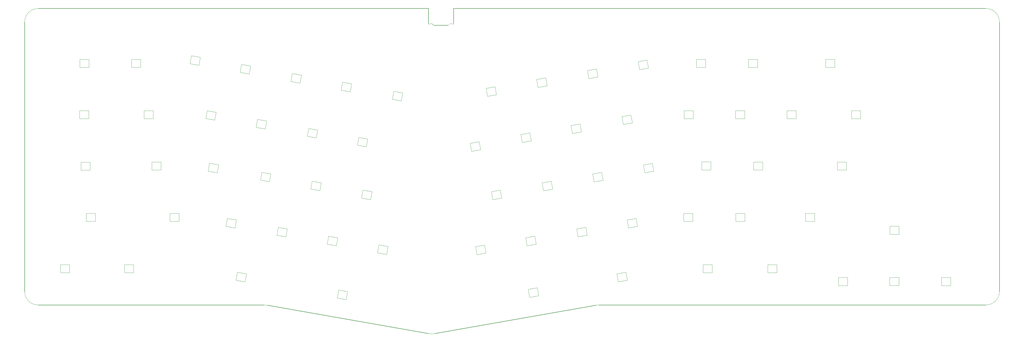
<source format=gm1>
G04 #@! TF.GenerationSoftware,KiCad,Pcbnew,(5.99.0-1351-gc977addfa)*
G04 #@! TF.CreationDate,2020-07-04T18:22:27-07:00*
G04 #@! TF.ProjectId,trifecta,74726966-6563-4746-912e-6b696361645f,rev?*
G04 #@! TF.SameCoordinates,Original*
G04 #@! TF.FileFunction,Profile,NP*
%FSLAX46Y46*%
G04 Gerber Fmt 4.6, Leading zero omitted, Abs format (unit mm)*
G04 Created by KiCad (PCBNEW (5.99.0-1351-gc977addfa)) date 2020-07-04 18:22:27*
%MOMM*%
%LPD*%
G01*
G04 APERTURE LIST*
G04 #@! TA.AperFunction,Profile*
%ADD10C,0.200000*%
G04 #@! TD*
%ADD11C,-0.000002*%
G04 #@! TA.AperFunction,Profile*
%ADD12C,0.120000*%
G04 #@! TD*
G04 #@! TA.AperFunction,Profile*
%ADD13C,0.150000*%
G04 #@! TD*
G04 APERTURE END LIST*
D10*
X134029000Y5533200D02*
X-7568190Y5525000D01*
X343424900Y5525000D02*
X149269000Y5533200D01*
X343424899Y-104499000D02*
X200217754Y-104499000D01*
D11*
X76113053Y-104499000D02*
G75*
G02*
X77329185Y-104605451I0J-7000000D01*
G01*
D10*
X76113053Y-104499000D02*
X-7568190Y-104499001D01*
D11*
X343424900Y5525000D02*
G75*
G02*
X348424900Y525000I0J-5000000D01*
G01*
D10*
D11*
X199001716Y-104605434D02*
G75*
G02*
X200217754Y-104499000I1216038J-6893566D01*
G01*
D10*
D11*
X-12568190Y525000D02*
G75*
G02*
X-7568190Y5525000I5000000J0D01*
G01*
D10*
D11*
X-7568190Y-104499000D02*
G75*
G02*
X-12568190Y-99499000I0J5000000D01*
G01*
D10*
D11*
X139379071Y-115122985D02*
G75*
G02*
X136946900Y-115122968I-1216039J6893566D01*
G01*
D10*
D11*
X348424900Y-99499001D02*
G75*
G02*
X343424899Y-104499000I-5000000J1D01*
G01*
D10*
X199001716Y-104605435D02*
X139379070Y-115122984D01*
X-12568190Y-99499000D02*
X-12568190Y525000D01*
X136946900Y-115122968D02*
X77329185Y-104605451D01*
X348424900Y525000D02*
X348424900Y-99499000D01*
D12*
X326948940Y-94290500D02*
X330348940Y-94290500D01*
X326948940Y-97290500D02*
X326948940Y-94290500D01*
X330348940Y-97290500D02*
X326948940Y-97290500D01*
X330348940Y-94290500D02*
X330348940Y-97290500D01*
X307777020Y-94272720D02*
X311177020Y-94272720D01*
X307777020Y-97272720D02*
X307777020Y-94272720D01*
X311177020Y-97272720D02*
X307777020Y-97272720D01*
X311177020Y-94272720D02*
X311177020Y-97272720D01*
X292137180Y-97295580D02*
X288737180Y-97295580D01*
X292137180Y-94295580D02*
X292137180Y-97295580D01*
X288737180Y-94295580D02*
X292137180Y-94295580D01*
X288737180Y-97295580D02*
X288737180Y-94295580D01*
X262592960Y-89520380D02*
X265992960Y-89520380D01*
X262592960Y-92520380D02*
X262592960Y-89520380D01*
X265992960Y-92520380D02*
X262592960Y-92520380D01*
X265992960Y-89520380D02*
X265992960Y-92520380D01*
X242056000Y-92502600D02*
X238656000Y-92502600D01*
X242056000Y-89502600D02*
X242056000Y-92502600D01*
X238656000Y-89502600D02*
X242056000Y-89502600D01*
X238656000Y-92502600D02*
X238656000Y-89502600D01*
X206750095Y-92937170D02*
X210098441Y-92346766D01*
X207271039Y-95891594D02*
X206750095Y-92937170D01*
X210619385Y-95301190D02*
X207271039Y-95891594D01*
X210098441Y-92346766D02*
X210619385Y-95301190D01*
X173890115Y-98725830D02*
X177238461Y-98135426D01*
X174411059Y-101680254D02*
X173890115Y-98725830D01*
X177759405Y-101089850D02*
X174411059Y-101680254D01*
X177238461Y-98135426D02*
X177759405Y-101089850D01*
X106514701Y-102515914D02*
X103166355Y-101925510D01*
X107035645Y-99561490D02*
X106514701Y-102515914D01*
X103687299Y-98971086D02*
X107035645Y-99561490D01*
X103166355Y-101925510D02*
X103687299Y-98971086D01*
X65701355Y-95321510D02*
X66222299Y-92367086D01*
X66222299Y-92367086D02*
X69570645Y-92957490D01*
X69570645Y-92957490D02*
X69049701Y-95911914D01*
X69049701Y-95911914D02*
X65701355Y-95321510D01*
X24343500Y-89528000D02*
X27743500Y-89528000D01*
X24343500Y-92528000D02*
X24343500Y-89528000D01*
X27743500Y-92528000D02*
X24343500Y-92528000D01*
X27743500Y-89528000D02*
X27743500Y-92528000D01*
X4058000Y-92528000D02*
X658000Y-92528000D01*
X4058000Y-89528000D02*
X4058000Y-92528000D01*
X658000Y-89528000D02*
X4058000Y-89528000D01*
X658000Y-92528000D02*
X658000Y-89528000D01*
X307797340Y-75245580D02*
X311197340Y-75245580D01*
X307797340Y-78245580D02*
X307797340Y-75245580D01*
X311197340Y-78245580D02*
X307797340Y-78245580D01*
X311197340Y-75245580D02*
X311197340Y-78245580D01*
X279962960Y-73498320D02*
X276562960Y-73498320D01*
X279962960Y-70498320D02*
X279962960Y-73498320D01*
X276562960Y-70498320D02*
X279962960Y-70498320D01*
X276562960Y-73498320D02*
X276562960Y-70498320D01*
X250781960Y-70462760D02*
X254181960Y-70462760D01*
X250781960Y-73462760D02*
X250781960Y-70462760D01*
X254181960Y-73462760D02*
X250781960Y-73462760D01*
X254181960Y-70462760D02*
X254181960Y-73462760D01*
X234832240Y-73467840D02*
X231432240Y-73467840D01*
X234832240Y-70467840D02*
X234832240Y-73467840D01*
X231432240Y-70467840D02*
X234832240Y-70467840D01*
X231432240Y-73467840D02*
X231432240Y-70467840D01*
X210501675Y-72916890D02*
X213850021Y-72326486D01*
X211022619Y-75871314D02*
X210501675Y-72916890D01*
X214370965Y-75280910D02*
X211022619Y-75871314D01*
X213850021Y-72326486D02*
X214370965Y-75280910D01*
X195696885Y-78587990D02*
X192348539Y-79178394D01*
X195175941Y-75633566D02*
X195696885Y-78587990D01*
X191827595Y-76223970D02*
X195175941Y-75633566D01*
X192348539Y-79178394D02*
X191827595Y-76223970D01*
X172965555Y-79531050D02*
X176313901Y-78940646D01*
X173486499Y-82485474D02*
X172965555Y-79531050D01*
X176834845Y-81895070D02*
X173486499Y-82485474D01*
X176313901Y-78940646D02*
X176834845Y-81895070D01*
X158236965Y-85194530D02*
X154888619Y-85784934D01*
X157716021Y-82240106D02*
X158236965Y-85194530D01*
X154367675Y-82830510D02*
X157716021Y-82240106D01*
X154888619Y-85784934D02*
X154367675Y-82830510D01*
X118609799Y-82207086D02*
X121958145Y-82797490D01*
X118088855Y-85161510D02*
X118609799Y-82207086D01*
X121437201Y-85751914D02*
X118088855Y-85161510D01*
X121958145Y-82797490D02*
X121437201Y-85751914D01*
X102831701Y-82513414D02*
X99483355Y-81923010D01*
X103352645Y-79558990D02*
X102831701Y-82513414D01*
X100004299Y-78968586D02*
X103352645Y-79558990D01*
X99483355Y-81923010D02*
X100004299Y-78968586D01*
X81335299Y-75666586D02*
X84683645Y-76256990D01*
X80814355Y-78621010D02*
X81335299Y-75666586D01*
X84162701Y-79211414D02*
X80814355Y-78621010D01*
X84683645Y-76256990D02*
X84162701Y-79211414D01*
X65303201Y-75909414D02*
X61954855Y-75319010D01*
X65824145Y-72954990D02*
X65303201Y-75909414D01*
X62475799Y-72364586D02*
X65824145Y-72954990D01*
X61954855Y-75319010D02*
X62475799Y-72364586D01*
X41171000Y-70478000D02*
X44571000Y-70478000D01*
X41171000Y-73478000D02*
X41171000Y-70478000D01*
X44571000Y-73478000D02*
X41171000Y-73478000D01*
X44571000Y-70478000D02*
X44571000Y-73478000D01*
X13646500Y-73478000D02*
X10246500Y-73478000D01*
X13646500Y-70478000D02*
X13646500Y-73478000D01*
X10246500Y-70478000D02*
X13646500Y-70478000D01*
X10246500Y-73478000D02*
X10246500Y-70478000D01*
X288310460Y-51410220D02*
X291710460Y-51410220D01*
X288310460Y-54410220D02*
X288310460Y-51410220D01*
X291710460Y-54410220D02*
X288310460Y-54410220D01*
X291710460Y-51410220D02*
X291710460Y-54410220D01*
X257373260Y-51428000D02*
X260773260Y-51428000D01*
X257373260Y-54428000D02*
X257373260Y-51428000D01*
X260773260Y-54428000D02*
X257373260Y-54428000D01*
X260773260Y-51428000D02*
X260773260Y-54428000D01*
X241542920Y-54400060D02*
X238142920Y-54400060D01*
X241542920Y-51400060D02*
X241542920Y-54400060D01*
X238142920Y-51400060D02*
X241542920Y-51400060D01*
X238142920Y-54400060D02*
X238142920Y-51400060D01*
X216521475Y-52505450D02*
X219869821Y-51915046D01*
X217042419Y-55459874D02*
X216521475Y-52505450D01*
X220390765Y-54869470D02*
X217042419Y-55459874D01*
X219869821Y-51915046D02*
X220390765Y-54869470D01*
X201610005Y-58201950D02*
X198261659Y-58792354D01*
X201089061Y-55247526D02*
X201610005Y-58201950D01*
X197740715Y-55837930D02*
X201089061Y-55247526D01*
X198261659Y-58792354D02*
X197740715Y-55837930D01*
X179061555Y-59119610D02*
X182409901Y-58529206D01*
X179582499Y-62074034D02*
X179061555Y-59119610D01*
X182930845Y-61483630D02*
X179582499Y-62074034D01*
X182409901Y-58529206D02*
X182930845Y-61483630D01*
X164096745Y-64795790D02*
X160748399Y-65386194D01*
X163575801Y-61841366D02*
X164096745Y-64795790D01*
X160227455Y-62431770D02*
X163575801Y-61841366D01*
X160748399Y-65386194D02*
X160227455Y-62431770D01*
X112704299Y-61887086D02*
X116052645Y-62477490D01*
X112183355Y-64841510D02*
X112704299Y-61887086D01*
X115531701Y-65431914D02*
X112183355Y-64841510D01*
X116052645Y-62477490D02*
X115531701Y-65431914D01*
X96735701Y-62066414D02*
X93387355Y-61476010D01*
X97256645Y-59111990D02*
X96735701Y-62066414D01*
X93908299Y-58521586D02*
X97256645Y-59111990D01*
X93387355Y-61476010D02*
X93908299Y-58521586D01*
X75239299Y-55219586D02*
X78587645Y-55809990D01*
X74718355Y-58174010D02*
X75239299Y-55219586D01*
X78066701Y-58764414D02*
X74718355Y-58174010D01*
X78587645Y-55809990D02*
X78066701Y-58764414D01*
X58699201Y-55398914D02*
X55350855Y-54808510D01*
X59220145Y-52444490D02*
X58699201Y-55398914D01*
X55871799Y-51854086D02*
X59220145Y-52444490D01*
X55350855Y-54808510D02*
X55871799Y-51854086D01*
X34503500Y-51428000D02*
X37903500Y-51428000D01*
X34503500Y-54428000D02*
X34503500Y-51428000D01*
X37903500Y-54428000D02*
X34503500Y-54428000D01*
X37903500Y-51428000D02*
X37903500Y-54428000D01*
X11678000Y-54491500D02*
X8278000Y-54491500D01*
X11678000Y-51491500D02*
X11678000Y-54491500D01*
X8278000Y-51491500D02*
X11678000Y-51491500D01*
X8278000Y-54491500D02*
X8278000Y-51491500D01*
X293616520Y-32378000D02*
X297016520Y-32378000D01*
X293616520Y-35378000D02*
X293616520Y-32378000D01*
X297016520Y-35378000D02*
X293616520Y-35378000D01*
X297016520Y-32378000D02*
X297016520Y-35378000D01*
X273087180Y-35365300D02*
X269687180Y-35365300D01*
X273087180Y-32365300D02*
X273087180Y-35365300D01*
X269687180Y-32365300D02*
X273087180Y-32365300D01*
X269687180Y-35365300D02*
X269687180Y-32365300D01*
X250654960Y-32355140D02*
X254054960Y-32355140D01*
X250654960Y-35355140D02*
X250654960Y-32355140D01*
X254054960Y-35355140D02*
X250654960Y-35355140D01*
X254054960Y-32355140D02*
X254054960Y-35355140D01*
X235022740Y-35360220D02*
X231622740Y-35360220D01*
X235022740Y-32360220D02*
X235022740Y-35360220D01*
X231622740Y-32360220D02*
X235022740Y-32360220D01*
X231622740Y-35360220D02*
X231622740Y-32360220D01*
X208583975Y-34552730D02*
X211932321Y-33962326D01*
X209104919Y-37507154D02*
X208583975Y-34552730D01*
X212453265Y-36916750D02*
X209104919Y-37507154D01*
X211932321Y-33962326D02*
X212453265Y-36916750D01*
X193611545Y-40259390D02*
X190263199Y-40849794D01*
X193090601Y-37304966D02*
X193611545Y-40259390D01*
X189742255Y-37895370D02*
X193090601Y-37304966D01*
X190263199Y-40849794D02*
X189742255Y-37895370D01*
X171159615Y-41166890D02*
X174507961Y-40576486D01*
X171680559Y-44121314D02*
X171159615Y-41166890D01*
X175028905Y-43530910D02*
X171680559Y-44121314D01*
X174507961Y-40576486D02*
X175028905Y-43530910D01*
X156255765Y-46835450D02*
X152907419Y-47425854D01*
X155734821Y-43881026D02*
X156255765Y-46835450D01*
X152386475Y-44471430D02*
X155734821Y-43881026D01*
X152907419Y-47425854D02*
X152386475Y-44471430D01*
X111116799Y-42265586D02*
X114465145Y-42855990D01*
X110595855Y-45220010D02*
X111116799Y-42265586D01*
X113944201Y-45810414D02*
X110595855Y-45220010D01*
X114465145Y-42855990D02*
X113944201Y-45810414D01*
X95402201Y-42508414D02*
X92053855Y-41918010D01*
X95923145Y-39553990D02*
X95402201Y-42508414D01*
X92574799Y-38963586D02*
X95923145Y-39553990D01*
X92053855Y-41918010D02*
X92574799Y-38963586D01*
X73651799Y-35598086D02*
X77000145Y-36188490D01*
X73130855Y-38552510D02*
X73651799Y-35598086D01*
X76479201Y-39142914D02*
X73130855Y-38552510D01*
X77000145Y-36188490D02*
X76479201Y-39142914D01*
X57810201Y-35904414D02*
X54461855Y-35314010D01*
X58331145Y-32949990D02*
X57810201Y-35904414D01*
X54982799Y-32359586D02*
X58331145Y-32949990D01*
X54461855Y-35314010D02*
X54982799Y-32359586D01*
X31646000Y-32378000D02*
X35046000Y-32378000D01*
X31646000Y-35378000D02*
X31646000Y-32378000D01*
X35046000Y-35378000D02*
X31646000Y-35378000D01*
X35046000Y-32378000D02*
X35046000Y-35378000D01*
X11170000Y-35378000D02*
X7770000Y-35378000D01*
X11170000Y-32378000D02*
X11170000Y-35378000D01*
X7770000Y-32378000D02*
X11170000Y-32378000D01*
X7770000Y-35378000D02*
X7770000Y-32378000D01*
X284005160Y-13333080D02*
X287405160Y-13333080D01*
X284005160Y-16333080D02*
X284005160Y-13333080D01*
X287405160Y-16333080D02*
X284005160Y-16333080D01*
X287405160Y-13333080D02*
X287405160Y-16333080D01*
X258845400Y-16307680D02*
X255445400Y-16307680D01*
X258845400Y-13307680D02*
X258845400Y-16307680D01*
X255445400Y-13307680D02*
X258845400Y-13307680D01*
X255445400Y-16307680D02*
X255445400Y-13307680D01*
X236174420Y-13310220D02*
X239574420Y-13310220D01*
X236174420Y-16310220D02*
X236174420Y-13310220D01*
X239574420Y-16310220D02*
X236174420Y-16310220D01*
X239574420Y-13310220D02*
X239574420Y-16310220D01*
X218437505Y-16553570D02*
X215089159Y-17143974D01*
X217916561Y-13599146D02*
X218437505Y-16553570D01*
X214568215Y-14189550D02*
X217916561Y-13599146D01*
X215089159Y-17143974D02*
X214568215Y-14189550D01*
X195825555Y-17494090D02*
X199173901Y-16903686D01*
X196346499Y-20448514D02*
X195825555Y-17494090D01*
X199694845Y-19858110D02*
X196346499Y-20448514D01*
X199173901Y-16903686D02*
X199694845Y-19858110D01*
X180888685Y-23157570D02*
X177540339Y-23747974D01*
X180367741Y-20203146D02*
X180888685Y-23157570D01*
X177019395Y-20793550D02*
X180367741Y-20203146D01*
X177540339Y-23747974D02*
X177019395Y-20793550D01*
X158284355Y-24095550D02*
X161632701Y-23505146D01*
X158805299Y-27049974D02*
X158284355Y-24095550D01*
X162153645Y-26459570D02*
X158805299Y-27049974D01*
X161632701Y-23505146D02*
X162153645Y-26459570D01*
X126898201Y-28728914D02*
X123549855Y-28138510D01*
X127419145Y-25774490D02*
X126898201Y-28728914D01*
X124070799Y-25184086D02*
X127419145Y-25774490D01*
X123549855Y-28138510D02*
X124070799Y-25184086D01*
X105147799Y-21818586D02*
X108496145Y-22408990D01*
X104626855Y-24773010D02*
X105147799Y-21818586D01*
X107975201Y-25363414D02*
X104626855Y-24773010D01*
X108496145Y-22408990D02*
X107975201Y-25363414D01*
X89369701Y-22124914D02*
X86021355Y-21534510D01*
X89890645Y-19170490D02*
X89369701Y-22124914D01*
X86542299Y-18580086D02*
X89890645Y-19170490D01*
X86021355Y-21534510D02*
X86542299Y-18580086D01*
X67746299Y-15214586D02*
X71094645Y-15804990D01*
X67225355Y-18169010D02*
X67746299Y-15214586D01*
X70573701Y-18759414D02*
X67225355Y-18169010D01*
X71094645Y-15804990D02*
X70573701Y-18759414D01*
X51968201Y-15520914D02*
X48619855Y-14930510D01*
X52489145Y-12566490D02*
X51968201Y-15520914D01*
X49140799Y-11976086D02*
X52489145Y-12566490D01*
X48619855Y-14930510D02*
X49140799Y-11976086D01*
X27010500Y-13315300D02*
X30410500Y-13315300D01*
X27010500Y-16315300D02*
X27010500Y-13315300D01*
X30410500Y-16315300D02*
X27010500Y-16315300D01*
X30410500Y-13315300D02*
X30410500Y-16315300D01*
X11233500Y-16328000D02*
X7833500Y-16328000D01*
X11233500Y-13328000D02*
X11233500Y-16328000D01*
X7833500Y-13328000D02*
X11233500Y-13328000D01*
X7833500Y-16328000D02*
X7833500Y-13328000D01*
D13*
D11*
X137538808Y-216800D02*
G75*
G02*
X136979000Y-66800I-259808J150000D01*
G01*
D13*
D11*
X137538808Y-216800D02*
G75*
G02*
X137798616Y-66800I259808J-150000D01*
G01*
D13*
D11*
X138617801Y-481800D02*
G75*
G03*
X139111435Y-766800I493634J285000D01*
G01*
D13*
D11*
X144680199Y-481800D02*
G75*
G02*
X144186565Y-766800I-493634J285000D01*
G01*
D13*
D11*
X145759192Y-216800D02*
G75*
G03*
X145499384Y-66800I-259808J-150000D01*
G01*
D13*
D11*
X145759192Y-216800D02*
G75*
G03*
X146319000Y-66800I259808J150000D01*
G01*
D13*
D11*
X138617801Y-481800D02*
G75*
G03*
X137899000Y-66800I-718801J-415000D01*
G01*
D13*
D11*
X144680199Y-481800D02*
G75*
G02*
X145399000Y-66800I718801J-415000D01*
G01*
D13*
X145499384Y-66800D02*
X145399000Y-66800D01*
X139111434Y-766800D02*
X144186566Y-766800D01*
X134029000Y5533200D02*
X136979000Y5533200D01*
X136979000Y5533200D02*
X136979000Y-66800D01*
X137798616Y-66800D02*
X137899000Y-66800D01*
X146319000Y-66800D02*
X146319000Y5533200D01*
X146319000Y5533200D02*
X149269000Y5533200D01*
M02*

</source>
